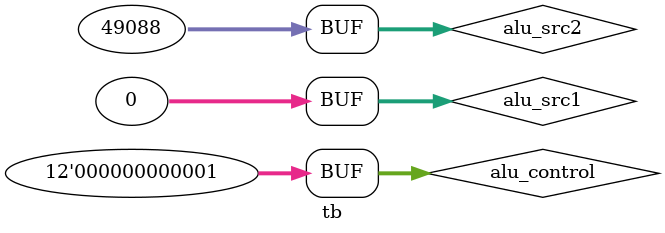
<source format=v>
`timescale 1ns / 1ps


module tb;

    reg   [11:0] alu_control;
    reg   [31:0] alu_src1;   
    reg   [31:0] alu_src2;   
    wire  [31:0] alu_result; 
    ALU_total alu_module(
        .op(alu_control),
        .in0   (alu_src1   ),
        .in1   (alu_src2   ),
        .out (alu_result )
    );

    initial begin
        # 50
        //¼Ó·¨²Ù×÷
        alu_control = 12'b1000_0000_0000;
        alu_src1 = 32'h1;
        alu_src2 = 32'h1;

        //¼õ·¨²Ù×÷
        #50;
        alu_control = 12'b0100_0000_0000;
        alu_src1 = 32'h3;
        alu_src2 = 32'h2;
        
        //ÓÐ·ûºÅ±È½Ï
        #50;
        alu_control = 12'b0010_0000_0000;
        alu_src1 = 32'h1;
        alu_src2 = 32'h2;
        
        //ÎÞ·ûºÅ±È½Ï
        #50;
        alu_control = 12'b0001_0000_0000;
        alu_src1 = 32'h1;
        alu_src2 = 32'h2;
        
        //°´Î»Óë
        #50;
        alu_control = 12'b0000_1000_0000;
        alu_src1 = 32'b1010;
        alu_src2 = 32'b0101;
        
        //°´Î»»ò·Ç
        #50;
        alu_control = 12'b0000_0100_0000;
        alu_src1 = 32'b1010;
        alu_src2 = 32'b0101;

        //°´Î»»ò
        #50;
        alu_control = 12'b0000_0010_0000;
        alu_src1 = 32'b1010;
        alu_src2 = 32'b0101;
        
        //°´Î»Òì»ò
        #50;
        alu_control = 12'b0000_0001_0000;
        alu_src1 = 32'b1011;
        alu_src2 = 32'b0101;
        
        //Âß¼­×óÒÆ
        #50;
        alu_control = 12'b0000_0000_1000;
        alu_src1 = 32'h4;
        alu_src2 = 32'h1;
        
        //Âß¼­ÓÒÒÆ
        #50;
        alu_control = 12'b0000_0000_0100;
        alu_src1 = 32'h8;
        alu_src2 = 32'h2;

        //ËãÊõÓÒÒÆ        
        #50;
        alu_control = 12'b0000_0000_0010;
        alu_src1 = 32'h4;
        alu_src2 = 32'h2;

        //¸ßÎ»¼ÓÔØ    
        #50;
        alu_control = 12'b0000_0000_0001;
        alu_src2 = 32'hbfc0;
        alu_src1 = 32'h0;
    end
endmodule


</source>
